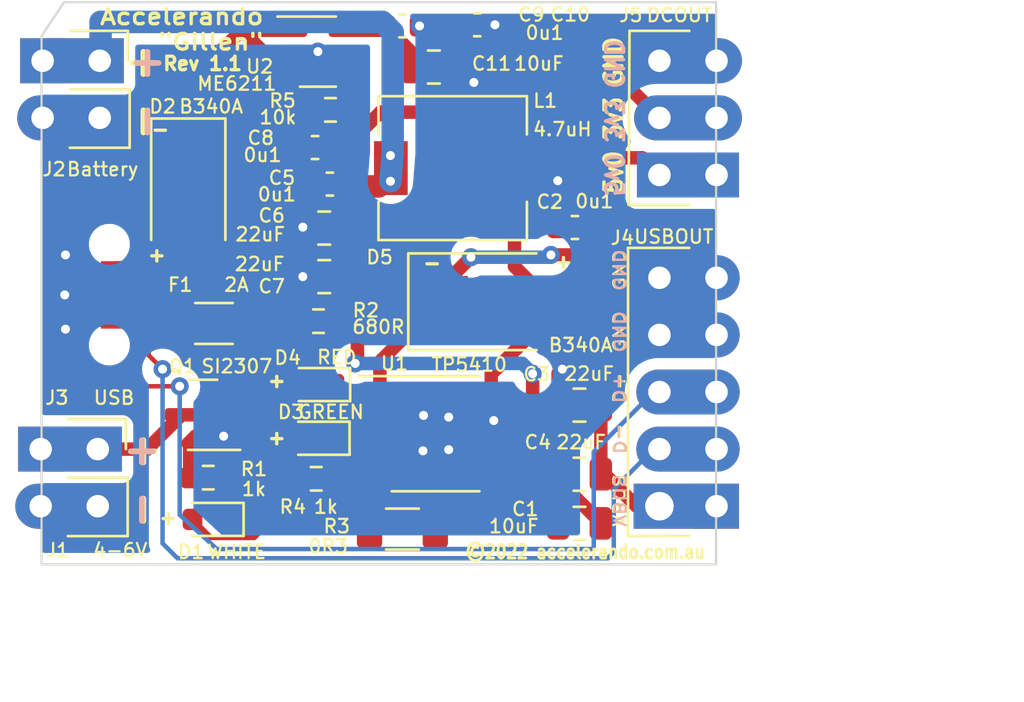
<source format=kicad_pcb>
(kicad_pcb (version 20211014) (generator pcbnew)
  (title_block (title "Gillen") (date "2022-06-30") (rev "1.1") (company "Accelerando"))
  (layers (0 "F.Cu" signal) (31 "B.Cu" signal) (34 "B.Paste" user) (35 "F.Paste" user) (36 "B.SilkS" user "B.Silkscreen") (37 "F.SilkS" user "F.Silkscreen") (38 "B.Mask" user) (39 "F.Mask" user) (44 "Edge.Cuts" user))
  (net 0 "")
  (net 1 "GND")
  (net 2 "VBUS")
  (net 3 "/PRG")
  (net 4 "+5V")
  (net 5 "+BATT")
  (net 6 "+3V3")
  (net 7 "/STBY")
  (net 8 "/CHG")
  (net 9 "/5v_K")
  (net 10 "USB_D-")
  (net 11 "USB_D+")
  (net 12 "/CE")
  (net 13 "/VIN")
  (net 14 "/SUPPLY")
  (net 15 "/LX")
  (net 16 "/LED_A")
  (net 17 "/TP_VIN")
  (footprint "Package_SO:SOIC-8-1EP_3.9x4.9mm_P1.27mm_EP2.29x3mm" (layer "F.Cu") (at 147.5232 134.1882)
    (fp_text reference "U1" (at -1.8288 -3.1242) (layer "F.SilkS") (effects (font (size 0.6 0.6) (thickness 0.1))))
    (fp_text value "TP5410" (at 1.4986 -3.0734) (layer "F.SilkS") (effects (font (size 0.6 0.6) (thickness 0.1))))
    (fp_line (start 0 2.56) (end 1.95 2.56) (layer "F.SilkS") (width 0.12))
    (fp_line (start 0 2.56) (end -1.95 2.56) (layer "F.SilkS") (width 0.12))
    (fp_line (start 0 -2.56) (end 1.95 -2.56) (layer "F.SilkS") (width 0.12))
    (fp_line (start 0 -2.56) (end -3.45 -2.56) (layer "F.SilkS") (width 0.12))
    (pad "1" smd roundrect (at -2.475 -1.905) (size 1.95 0.6) (layers "F.Cu" "F.Paste" "F.Mask") (net 4 "+5V"))
    (pad "2" smd roundrect (at -2.475 -0.635) (size 1.95 0.6) (layers "F.Cu" "F.Paste" "F.Mask") (net 8 "/CHG"))
    (pad "3" smd roundrect (at -2.475 0.635) (size 1.95 0.6) (layers "F.Cu" "F.Paste" "F.Mask") (net 3 "/PRG"))
    (pad "4" smd roundrect (at -2.475 1.905) (size 1.95 0.6) (layers "F.Cu" "F.Paste" "F.Mask") (net 7 "/STBY"))
    (pad "5" smd roundrect (at 2.475 1.905) (size 1.95 0.6) (layers "F.Cu" "F.Paste" "F.Mask") (net 17 "/TP_VIN"))
    (pad "6" smd roundrect (at 2.475 0.635) (size 1.95 0.6) (layers "F.Cu" "F.Paste" "F.Mask") (net 5 "+BATT"))
    (pad "7" smd roundrect (at 2.475 -0.635) (size 1.95 0.6) (layers "F.Cu" "F.Paste" "F.Mask") (net 1 "GND"))
    (pad "8" smd roundrect (at 2.475 -1.905) (size 1.95 0.6) (layers "F.Cu" "F.Paste" "F.Mask") (net 15 "/LX"))
    (pad "9" smd rect (at 0 0) (size 2.29 3) (layers "F.Cu" "F.Mask") (net 1 "GND"))
  )
  (footprint "Capacitor_SMD:C_0805_2012Metric" (layer "F.Cu") (at 142.5702 125.0442 180)
    (fp_text reference "C6" (at 2.3368 0.5588) (layer "F.SilkS") (effects (font (size 0.6 0.6) (thickness 0.1))))
    (fp_text value "22uF" (at 2.8448 -0.2794) (layer "F.SilkS") (effects (font (size 0.6 0.6) (thickness 0.1))))
    (fp_line (start -0.261252 -0.735) (end 0.261252 -0.735) (layer "F.SilkS") (width 0.12))
    (fp_line (start -0.261252 0.735) (end 0.261252 0.735) (layer "F.SilkS") (width 0.12))
    (pad "1" smd roundrect (at -0.95 0 180) (size 1 1.45) (layers "F.Cu" "F.Paste" "F.Mask") (net 5 "+BATT"))
    (pad "2" smd roundrect (at 0.95 0 180) (size 1 1.45) (layers "F.Cu" "F.Paste" "F.Mask") (net 1 "GND"))
  )
  (footprint "Resistor_SMD:R_0603_1608Metric" (layer "F.Cu") (at 142.3162 129.1844)
    (fp_text reference "R2" (at 2.1082 -0.4826) (layer "F.SilkS") (effects (font (size 0.6 0.6) (thickness 0.1))))
    (fp_text value "680R" (at 2.667 0.254) (layer "F.SilkS") (effects (font (size 0.6 0.6) (thickness 0.1))))
    (fp_line (start -0.237258 -0.5225) (end 0.237258 -0.5225) (layer "F.SilkS") (width 0.12))
    (fp_line (start -0.237258 0.5225) (end 0.237258 0.5225) (layer "F.SilkS") (width 0.12))
    (pad "1" smd roundrect (at -0.825 0) (size 0.8 0.95) (layers "F.Cu" "F.Paste" "F.Mask") (net 1 "GND"))
    (pad "2" smd roundrect (at 0.825 0) (size 0.8 0.95) (layers "F.Cu" "F.Paste" "F.Mask") (net 3 "/PRG"))
  )
  (footprint "Diode_SMD:D_SMA" (layer "F.Cu") (at 136.525 123.571 -90)
    (fp_text reference "D2" (at -3.937 1.143) (layer "F.SilkS") (effects (font (size 0.6 0.6) (thickness 0.1))))
    (fp_text value "B340A" (at -3.937 -1.016) (layer "F.SilkS") (effects (font (size 0.6 0.6) (thickness 0.1))))
    (fp_line (start -3.4 1.65) (end 2 1.65) (layer "F.SilkS") (width 0.12))
    (fp_line (start -3.4 -1.65) (end -3.4 1.65) (layer "F.SilkS") (width 0.12))
    (fp_line (start -3.4 -1.65) (end 2 -1.65) (layer "F.SilkS") (width 0.12))
    (pad "1" smd rect (at -2 0 270) (size 2.5 1.8) (layers "F.Cu" "F.Paste" "F.Mask") (net 4 "+5V"))
    (pad "2" smd rect (at 2 0 270) (size 2.5 1.8) (layers "F.Cu" "F.Paste" "F.Mask") (net 2 "VBUS"))
  )
  (footprint "Inductor_SMD:L_1206_3216Metric" (layer "F.Cu") (at 137.668 129.286)
    (fp_text reference "F1" (at -1.5 -1.722) (layer "F.SilkS") (effects (font (size 0.6 0.6) (thickness 0.1))))
    (fp_text value "2A" (at 1 -1.722) (layer "F.SilkS") (effects (font (size 0.6 0.6) (thickness 0.1))))
    (fp_line (start -0.835242 -0.91) (end 0.835242 -0.91) (layer "F.SilkS") (width 0.12))
    (fp_line (start -0.835242 0.91) (end 0.835242 0.91) (layer "F.SilkS") (width 0.12))
    (pad "1" smd roundrect locked (at -1.575 0) (size 1.05 1.9) (layers "F.Cu" "F.Paste" "F.Mask") (roundrect_rratio 0.2380952381) (net 14 "/SUPPLY"))
    (pad "2" smd roundrect locked (at 1.575 0) (size 1.05 1.9) (layers "F.Cu" "F.Paste" "F.Mask") (roundrect_rratio 0.2380952381) (net 2 "VBUS"))
  )
  (footprint "Resistor_SMD:R_0603_1608Metric" (layer "F.Cu") (at 142.2146 136.1948 180)
    (fp_text reference "R4" (at 1.0414 -1.2446) (layer "F.SilkS") (effects (font (size 0.6 0.6) (thickness 0.1))))
    (fp_text value "1k" (at -0.4318 -1.2446) (layer "F.SilkS") (effects (font (size 0.6 0.6) (thickness 0.1))))
    (fp_line (start -0.237258 0.5225) (end 0.237258 0.5225) (layer "F.SilkS") (width 0.12))
    (fp_line (start -0.237258 -0.5225) (end 0.237258 -0.5225) (layer "F.SilkS") (width 0.12))
    (pad "1" smd roundrect (at -0.825 0 180) (size 0.8 0.95) (layers "F.Cu" "F.Paste" "F.Mask") (net 17 "/TP_VIN"))
    (pad "2" smd roundrect (at 0.825 0 180) (size 0.8 0.95) (layers "F.Cu" "F.Paste" "F.Mask") (net 16 "/LED_A"))
  )
  (footprint "Capacitor_SMD:C_0603_1608Metric" (layer "F.Cu") (at 146.05 116.0526)
    (fp_text reference "C9" (at 5.7404 -0.508) (layer "F.SilkS") (effects (font (size 0.6 0.6) (thickness 0.1))))
    (fp_text value "0u1" hide)
    (fp_line (start -0.14058 0.51) (end 0.14058 0.51) (layer "F.SilkS") (width 0.12))
    (fp_line (start -0.14058 -0.51) (end 0.14058 -0.51) (layer "F.SilkS") (width 0.12))
    (pad "1" smd roundrect (at -0.775 0) (size 0.9 0.95) (layers "F.Cu" "F.Paste" "F.Mask") (net 6 "+3V3"))
    (pad "2" smd roundrect (at 0.775 0) (size 0.9 0.95) (layers "F.Cu" "F.Paste" "F.Mask") (net 1 "GND"))
  )
  (footprint "Capacitor_SMD:C_0805_2012Metric" (layer "F.Cu") (at 153.924 132.9182 180)
    (fp_text reference "C3" (at 1.905 1.3716) (layer "F.SilkS") (effects (font (size 0.6 0.6) (thickness 0.1))))
    (fp_text value "22uF" (at -0.4318 1.397) (layer "F.SilkS") (effects (font (size 0.6 0.6) (thickness 0.1))))
    (fp_line (start -0.261252 0.735) (end 0.261252 0.735) (layer "F.SilkS") (width 0.12))
    (fp_line (start -0.261252 -0.735) (end 0.261252 -0.735) (layer "F.SilkS") (width 0.12))
    (pad "1" smd roundrect (at -0.95 0 180) (size 1 1.45) (layers "F.Cu" "F.Paste" "F.Mask") (net 4 "+5V"))
    (pad "2" smd roundrect (at 0.95 0 180) (size 1 1.45) (layers "F.Cu" "F.Paste" "F.Mask") (net 1 "GND"))
  )
  (footprint "Resistor_SMD:R_0603_1608Metric" (layer "F.Cu") (at 137.414 136.144)
    (fp_text reference "R1" (at 2.032 -0.381) (layer "F.SilkS") (effects (font (size 0.6 0.6) (thickness 0.1))))
    (fp_text value "1k" (at 2.032 0.508) (layer "F.SilkS") (effects (font (size 0.6 0.6) (thickness 0.1))))
    (fp_line (start -0.237258 -0.5225) (end 0.237258 -0.5225) (layer "F.SilkS") (width 0.12))
    (fp_line (start -0.237258 0.5225) (end 0.237258 0.5225) (layer "F.SilkS") (width 0.12))
    (pad "1" smd roundrect (at -0.825 0) (size 0.8 0.95) (layers "F.Cu" "F.Paste" "F.Mask") (net 1 "GND"))
    (pad "2" smd roundrect (at 0.825 0) (size 0.8 0.95) (layers "F.Cu" "F.Paste" "F.Mask") (net 9 "/5v_K"))
  )
  (footprint "Package_TO_SOT_SMD:SOT-23" (layer "F.Cu") (at 137.16 133.35 180)
    (fp_text reference "Q1" (at 0.889 2.159) (layer "F.SilkS") (effects (font (size 0.6 0.6) (thickness 0.1))))
    (fp_text value "SI2307" (at -1.524 2.159) (layer "F.SilkS") (effects (font (size 0.6 0.6) (thickness 0.1))))
    (fp_line (start 0 1.56) (end -0.65 1.56) (layer "F.SilkS") (width 0.12))
    (fp_line (start 0 1.56) (end 0.65 1.56) (layer "F.SilkS") (width 0.12))
    (fp_line (start 0 -1.56) (end 0.65 -1.56) (layer "F.SilkS") (width 0.12))
    (fp_line (start 0 -1.56) (end -1.675 -1.56) (layer "F.SilkS") (width 0.12))
    (pad "1" smd roundrect (at -0.9375 -0.95 180) (size 1.475 0.6) (layers "F.Cu" "F.Paste" "F.Mask") (net 1 "GND"))
    (pad "2" smd roundrect (at -0.9375 0.95 180) (size 1.475 0.6) (layers "F.Cu" "F.Paste" "F.Mask") (net 14 "/SUPPLY"))
    (pad "3" smd roundrect (at 0.9375 0 180) (size 1.475 0.6) (layers "F.Cu" "F.Paste" "F.Mask") (net 13 "/VIN"))
  )
  (footprint "Accelerando:Castellated_PinHeader_1x02_P2.54mm" (layer "F.Cu") (at 132.588 117.602)
    (fp_text reference "J2" (at -2.032 4.826) (layer "F.SilkS") (effects (font (size 0.6 0.6) (thickness 0.1))))
    (fp_text value "Battery" (at 0.127 4.826) (layer "F.SilkS") (effects (font (size 0.6 0.6) (thickness 0.1))))
    (fp_line (start 1.33 1.27) (end 1.33 3.87) (layer "F.SilkS") (width 0.12))
    (fp_line (start 1.25 0) (end 1.25 -1.33) (layer "F.SilkS") (width 0.12))
    (fp_line (start -1.33 3.87) (end 1.33 3.87) (layer "F.SilkS") (width 0.12))
    (fp_line (start -1.33 1.27) (end 1.33 1.27) (layer "F.SilkS") (width 0.12))
    (fp_line (start -1.33 -1.33) (end 1.25 -1.33) (layer "F.SilkS") (width 0.12))
    (pad "1" thru_hole rect (at -2.54 0) (size 2 2) (drill 1) (layers *.Cu *.Mask) (net 5 "+BATT"))
    (pad "1" thru_hole rect (at 0 0) (size 3.4 2) (drill 1 (offset -0.63 0)) (layers *.Cu *.Mask) (net 5 "+BATT"))
    (pad "2" thru_hole oval (at -2.54 2.54) (size 2 2) (drill 1) (layers *.Cu *.Mask) (net 1 "GND"))
    (pad "2" thru_hole oval (at 0 2.54) (size 4.8 2) (drill 1 (offset -1.27 0)) (layers *.Cu *.Mask) (net 1 "GND"))
  )
  (footprint "Capacitor_SMD:C_0603_1608Metric" (layer "F.Cu") (at 142.8242 123.0884 180)
    (fp_text reference "C5" (at 2.1336 0.2794) (layer "F.SilkS") (effects (font (size 0.6 0.6) (thickness 0.1))))
    (fp_text value "0u1" (at 2.3622 -0.4572) (layer "F.SilkS") (effects (font (size 0.6 0.6) (thickness 0.1))))
    (fp_line (start -0.14058 0.51) (end 0.14058 0.51) (layer "F.SilkS") (width 0.12))
    (fp_line (start -0.14058 -0.51) (end 0.14058 -0.51) (layer "F.SilkS") (width 0.12))
    (pad "1" smd roundrect (at -0.775 0 180) (size 0.9 0.95) (layers "F.Cu" "F.Paste" "F.Mask") (net 5 "+BATT"))
    (pad "2" smd roundrect (at 0.775 0 180) (size 0.9 0.95) (layers "F.Cu" "F.Paste" "F.Mask") (net 1 "GND"))
  )
  (footprint "Capacitor_SMD:C_0603_1608Metric" (layer "F.Cu") (at 149.3774 116.0018)
    (fp_text reference "C10" (at 4.1402 -0.4572) (layer "F.SilkS") (effects (font (size 0.6 0.6) (thickness 0.1))))
    (fp_text value "0u1" (at 2.9972 0.3556) (layer "F.SilkS") (effects (font (size 0.6 0.6) (thickness 0.1))))
    (fp_line (start -0.14058 0.51) (end 0.14058 0.51) (layer "F.SilkS") (width 0.12))
    (fp_line (start -0.14058 -0.51) (end 0.14058 -0.51) (layer "F.SilkS") (width 0.12))
    (pad "1" smd roundrect (at -0.775 0) (size 0.9 0.95) (layers "F.Cu" "F.Paste" "F.Mask") (net 6 "+3V3"))
    (pad "2" smd roundrect (at 0.775 0) (size 0.9 0.95) (layers "F.Cu" "F.Paste" "F.Mask") (net 1 "GND"))
  )
  (footprint "LED_SMD:LED_0603_1608Metric" (layer "F.Cu") (at 142.2146 134.3914 180)
    (fp_text reference "D3" (at 1.1176 1.1684 180) (layer "F.SilkS") (effects (font (size 0.6 0.6) (thickness 0.1))))
    (fp_text value "GREEN" (at -0.6604 1.1684 180) (layer "F.SilkS") (effects (font (size 0.6 0.6) (thickness 0.1))))
    (fp_line (start -1.485 -0.735) (end -1.485 0.735) (layer "F.SilkS") (width 0.12))
    (fp_line (start -1.485 0.735) (end 0.8 0.735) (layer "F.SilkS") (width 0.12))
    (fp_line (start 0.8 -0.735) (end -1.485 -0.735) (layer "F.SilkS") (width 0.12))
    (pad "1" smd roundrect (at -0.7875 0 180) (size 0.875 0.95) (layers "F.Cu" "F.Paste" "F.Mask") (net 7 "/STBY"))
    (pad "2" smd roundrect (at 0.7875 0 180) (size 0.875 0.95) (layers "F.Cu" "F.Paste" "F.Mask") (net 16 "/LED_A"))
  )
  (footprint "Capacitor_SMD:C_0805_2012Metric" (layer "F.Cu") (at 142.5702 127.2032 180)
    (fp_text reference "C7" (at 2.3368 -0.4318) (layer "F.SilkS") (effects (font (size 0.6 0.6) (thickness 0.1))))
    (fp_text value "22uF" (at 2.8702 0.5588) (layer "F.SilkS") (effects (font (size 0.6 0.6) (thickness 0.1))))
    (fp_line (start -0.261252 -0.735) (end 0.261252 -0.735) (layer "F.SilkS") (width 0.12))
    (fp_line (start -0.261252 0.735) (end 0.261252 0.735) (layer "F.SilkS") (width 0.12))
    (pad "1" smd roundrect (at -0.95 0 180) (size 1 1.45) (layers "F.Cu" "F.Paste" "F.Mask") (net 5 "+BATT"))
    (pad "2" smd roundrect (at 0.95 0 180) (size 1 1.45) (layers "F.Cu" "F.Paste" "F.Mask") (net 1 "GND"))
  )
  (footprint "Capacitor_SMD:C_0603_1608Metric" (layer "F.Cu") (at 153.7208 125.0188)
    (fp_text reference "C2" (at -1.1176 -1.143) (layer "F.SilkS") (effects (font (size 0.6 0.6) (thickness 0.1))))
    (fp_text value "0u1" (at 0.8636 -1.1684) (layer "F.SilkS") (effects (font (size 0.6 0.6) (thickness 0.1))))
    (fp_line (start -0.14058 0.51) (end 0.14058 0.51) (layer "F.SilkS") (width 0.12))
    (fp_line (start -0.14058 -0.51) (end 0.14058 -0.51) (layer "F.SilkS") (width 0.12))
    (pad "1" smd roundrect (at -0.775 0) (size 0.9 0.95) (layers "F.Cu" "F.Paste" "F.Mask") (net 1 "GND"))
    (pad "2" smd roundrect (at 0.775 0) (size 0.9 0.95) (layers "F.Cu" "F.Paste" "F.Mask") (net 4 "+5V"))
  )
  (footprint "LED_SMD:LED_0603_1608Metric" (layer "F.Cu") (at 142.24 132.0038 180)
    (fp_text reference "D4" (at 1.2954 1.1938) (layer "F.SilkS") (effects (font (size 0.6 0.6) (thickness 0.1))))
    (fp_text value "RED" (at -0.889 1.2192) (layer "F.SilkS") (effects (font (size 0.6 0.6) (thickness 0.1))))
    (fp_line (start 0.8 -0.735) (end -1.485 -0.735) (layer "F.SilkS") (width 0.12))
    (fp_line (start -1.485 0.735) (end 0.8 0.735) (layer "F.SilkS") (width 0.12))
    (fp_line (start -1.485 -0.735) (end -1.485 0.735) (layer "F.SilkS") (width 0.12))
    (pad "1" smd roundrect (at -0.7875 0 180) (size 0.875 0.95) (layers "F.Cu" "F.Paste" "F.Mask") (net 8 "/CHG"))
    (pad "2" smd roundrect (at 0.7875 0 180) (size 0.875 0.95) (layers "F.Cu" "F.Paste" "F.Mask") (net 16 "/LED_A"))
  )
  (footprint "Capacitor_SMD:C_0805_2012Metric" (layer "F.Cu") (at 153.924 138.176)
    (fp_text reference "C1" (at -2.413 -0.635) (layer "F.SilkS") (effects (font (size 0.6 0.6) (thickness 0.1))))
    (fp_text value "10uF" (at -2.921 0.127) (layer "F.SilkS") (effects (font (size 0.6 0.6) (thickness 0.1))))
    (fp_line (start -0.261252 0.735) (end 0.261252 0.735) (layer "F.SilkS") (width 0.12))
    (fp_line (start -0.261252 -0.735) (end 0.261252 -0.735) (layer "F.SilkS") (width 0.12))
    (pad "1" smd roundrect (at -0.95 0) (size 1 1.45) (layers "F.Cu" "F.Paste" "F.Mask") (net 17 "/TP_VIN"))
    (pad "2" smd roundrect (at 0.95 0) (size 1 1.45) (layers "F.Cu" "F.Paste" "F.Mask") (net 1 "GND"))
  )
  (footprint "Resistor_SMD:R_1206_3216Metric" (layer "F.Cu") (at 146.05 138.43 180)
    (fp_text reference "R3" (at 2.921 0.127) (layer "F.SilkS") (effects (font (size 0.6 0.6) (thickness 0.1))))
    (fp_text value "0R3" (at 3.302 -0.762) (layer "F.SilkS") (effects (font (size 0.6 0.6) (thickness 0.1))))
    (fp_line (start -0.727064 -0.91) (end 0.727064 -0.91) (layer "F.SilkS") (width 0.12))
    (fp_line (start -0.727064 0.91) (end 0.727064 0.91) (layer "F.SilkS") (width 0.12))
    (pad "1" smd roundrect (at -1.4625 0 180) (size 1.125 1.75) (layers "F.Cu" "F.Paste" "F.Mask") (roundrect_rratio 0.2222222222) (net 17 "/TP_VIN"))
    (pad "2" smd roundrect (at 1.4625 0 180) (size 1.125 1.75) (layers "F.Cu" "F.Paste" "F.Mask") (roundrect_rratio 0.2222222222) (net 2 "VBUS"))
  )
  (footprint "Diode_SMD:D_SMB" (layer "F.Cu") (at 149.86 128.3208)
    (fp_text reference "D5" (at -4.826 -1.9812) (layer "F.SilkS") (effects (font (size 0.6 0.6) (thickness 0.1))))
    (fp_text value "B340A" (at 4.1148 1.9304) (layer "F.SilkS") (effects (font (size 0.6 0.6) (thickness 0.1))))
    (fp_line (start -3.55 2.15) (end 2.15 2.15) (layer "F.SilkS") (width 0.12))
    (fp_line (start -3.55 -2.15) (end -3.55 2.15) (layer "F.SilkS") (width 0.12))
    (fp_line (start -3.55 -2.15) (end 2.15 -2.15) (layer "F.SilkS") (width 0.12))
    (pad "1" smd rect (at -2.15 0) (size 2.5 2.3) (layers "F.Cu" "F.Paste" "F.Mask") (net 4 "+5V"))
    (pad "2" smd rect (at 2.15 0) (size 2.5 2.3) (layers "F.Cu" "F.Paste" "F.Mask") (net 15 "/LX"))
  )
  (footprint "Accelerando:Castellated_PinHeader_1x05_P2.54mm" (layer "F.Cu") (at 157.48 137.414 180)
    (fp_text reference "J4" (at 1.651 11.938) (layer "F.SilkS") (effects (font (size 0.6 0.6) (thickness 0.1))))
    (fp_text value "USBOUT" (at -0.635 11.9888) (layer "F.SilkS") (effects (font (size 0.6 0.6) (thickness 0.1))))
    (fp_line (start 1.397 -1.3208) (end 1.397 11.49) (layer "F.SilkS") (width 0.12))
    (fp_line (start -1.33 -1.33) (end 1.397 -1.3208) (layer "F.SilkS") (width 0.12))
    (fp_line (start -1.33 11.49) (end 1.397 11.49) (layer "F.SilkS") (width 0.12))
    (pad "1" thru_hole rect (at -2.54 0 180) (size 2 2) (drill 1) (layers *.Cu *.Mask) (net 4 "+5V"))
    (pad "1" thru_hole rect (at 0 0 180) (size 3.6 2) (drill 1.27 (offset -0.65 0)) (layers *.Cu *.Mask) (net 4 "+5V"))
    (pad "2" thru_hole oval (at 0 2.54 180) (size 4.6 2) (drill 1 (offset -1.27 0)) (layers *.Cu *.Mask) (net 10 "USB_D-"))
    (pad "2" thru_hole oval (at -2.54 2.54 180) (size 2 2) (drill 1) (layers *.Cu *.Mask) (net 10 "USB_D-"))
    (pad "3" thru_hole oval (at 0 5.08 180) (size 4.6 2) (drill 1 (offset -1.27 0)) (layers *.Cu *.Mask) (net 11 "USB_D+"))
    (pad "3" thru_hole oval (at -2.54 5.08 180) (size 2 2) (drill 1) (layers *.Cu *.Mask) (net 11 "USB_D+"))
    (pad "4" thru_hole oval (at 0 7.62 180) (size 4.6 2) (drill 1 (offset -1.27 0)) (layers *.Cu *.Mask) (net 1 "GND"))
    (pad "4" thru_hole oval (at -2.54 7.62 180) (size 2 2) (drill 1) (layers *.Cu *.Mask) (net 1 "GND"))
    (pad "5" thru_hole oval (at -2.54 10.16 180) (size 2 2) (drill 1) (layers *.Cu *.Mask) (net 1 "GND"))
    (pad "5" thru_hole oval (at 0 10.16 180) (size 4.6 2) (drill 1 (offset -1.27 0)) (layers *.Cu *.Mask) (net 1 "GND"))
  )
  (footprint "Accelerando:Castellated_PinHeader_1x02_P2.54mm" (layer "F.Cu") (at 132.5 134.874)
    (fp_text reference "J1" (at -1.7861 4.5) (layer "F.SilkS") (effects (font (size 0.6 0.6) (thickness 0.1))))
    (fp_text value "4-6V" (at 1 4.5) (layer "F.SilkS") (effects (font (size 0.6 0.6) (thickness 0.1))))
    (fp_line (start -1.33 -1.33) (end 1.25 -1.33) (layer "F.SilkS") (width 0.12))
    (fp_line (start 1.25 0) (end 1.25 -1.33) (layer "F.SilkS") (width 0.12))
    (fp_line (start 1.33 1.27) (end 1.33 3.87) (layer "F.SilkS") (width 0.12))
    (fp_line (start -1.33 1.27) (end 1.33 1.27) (layer "F.SilkS") (width 0.12))
    (fp_line (start -1.33 3.87) (end 1.33 3.87) (layer "F.SilkS") (width 0.12))
    (pad "1" thru_hole rect (at -2.54 0) (size 2 2) (drill 1) (layers *.Cu *.Mask) (net 13 "/VIN"))
    (pad "1" thru_hole rect (at 0 0) (size 3.4 2) (drill 1 (offset -0.63 0)) (layers *.Cu *.Mask) (net 13 "/VIN"))
    (pad "2" thru_hole oval (at -2.54 2.54) (size 2 2) (drill 1) (layers *.Cu *.Mask) (net 1 "GND"))
    (pad "2" thru_hole oval (at 0 2.54) (size 4.8 2) (drill 1 (offset -1.27 0)) (layers *.Cu *.Mask) (net 1 "GND"))
  )
  (footprint "Package_TO_SOT_SMD:SOT-23-5" (layer "F.Cu") (at 142.2908 117.1956)
    (fp_text reference "U2" (at -2.5908 0.6604) (layer "F.SilkS") (effects (font (size 0.6 0.6) (thickness 0.1))))
    (fp_text value "ME6211" (at -3.6068 1.4224 180) (layer "F.SilkS") (effects (font (size 0.6 0.6) (thickness 0.1))))
    (fp_line (start 0 -1.56) (end -1.8 -1.56) (layer "F.SilkS") (width 0.12))
    (fp_line (start 0 1.56) (end -0.8 1.56) (layer "F.SilkS") (width 0.12))
    (fp_line (start 0 -1.56) (end 0.8 -1.56) (layer "F.SilkS") (width 0.12))
    (fp_line (start 0 1.56) (end 0.8 1.56) (layer "F.SilkS") (width 0.12))
    (pad "1" smd roundrect (at -1.1375 -0.95) (size 1.325 0.6) (layers "F.Cu" "F.Paste" "F.Mask") (net 4 "+5V"))
    (pad "2" smd roundrect (at -1.1375 0) (size 1.325 0.6) (layers "F.Cu" "F.Paste" "F.Mask") (net 1 "GND"))
    (pad "3" smd roundrect (at -1.1375 0.95) (size 1.325 0.6) (layers "F.Cu" "F.Paste" "F.Mask") (net 12 "/CE"))
    (pad "4" smd roundrect (at 1.1375 0.95) (size 1.325 0.6) (layers "F.Cu" "F.Paste" "F.Mask"))
    (pad "5" smd roundrect (at 1.1375 -0.95) (size 1.325 0.6) (layers "F.Cu" "F.Paste" "F.Mask") (net 6 "+3V3"))
  )
  (footprint "Capacitor_SMD:C_0805_2012Metric" (layer "F.Cu") (at 153.924 135.9916 180)
    (fp_text reference "C4" (at 1.8542 1.4224) (layer "F.SilkS") (effects (font (size 0.6 0.6) (thickness 0.1))))
    (fp_text value "22uF" (at -0.0762 1.4224) (layer "F.SilkS") (effects (font (size 0.6 0.6) (thickness 0.1))))
    (fp_line (start -0.261252 -0.735) (end 0.261252 -0.735) (layer "F.SilkS") (width 0.12))
    (fp_line (start -0.261252 0.735) (end 0.261252 0.735) (layer "F.SilkS") (width 0.12))
    (pad "1" smd roundrect (at -0.95 0 180) (size 1 1.45) (layers "F.Cu" "F.Paste" "F.Mask") (net 4 "+5V"))
    (pad "2" smd roundrect (at 0.95 0 180) (size 1 1.45) (layers "F.Cu" "F.Paste" "F.Mask") (net 1 "GND"))
  )
  (footprint "LED_SMD:LED_0603_1608Metric" (layer "F.Cu") (at 137.5 138 180)
    (fp_text reference "D1" (at 0.848 -1.446) (layer "F.SilkS") (effects (font (size 0.6 0.6) (thickness 0.1))))
    (fp_text value "WHITE" (at -1.184 -1.446) (layer "F.SilkS") (effects (font (size 0.6 0.6) (thickness 0.1))))
    (fp_line (start 0.8 -0.735) (end -1.485 -0.735) (layer "F.SilkS") (width 0.12))
    (fp_line (start -1.485 0.735) (end 0.8 0.735) (layer "F.SilkS") (width 0.12))
    (fp_line (start -1.485 -0.735) (end -1.485 0.735) (layer "F.SilkS") (width 0.12))
    (pad "1" smd roundrect (at -0.7875 0 180) (size 0.875 0.95) (layers "F.Cu" "F.Paste" "F.Mask") (net 9 "/5v_K"))
    (pad "2" smd roundrect (at 0.7875 0 180) (size 0.875 0.95) (layers "F.Cu" "F.Paste" "F.Mask") (net 2 "VBUS"))
  )
  (footprint "Capacitor_SMD:C_0805_2012Metric" (layer "F.Cu") (at 147.447 117.8814)
    (fp_text reference "C11" (at 2.5654 -0.1524) (layer "F.SilkS") (effects (font (size 0.6 0.6) (thickness 0.1))))
    (fp_text value "10uF" (at 4.6736 -0.1524) (layer "F.SilkS") (effects (font (size 0.6 0.6) (thickness 0.1))))
    (fp_line (start -0.261252 0.735) (end 0.261252 0.735) (layer "F.SilkS") (width 0.12))
    (fp_line (start -0.261252 -0.735) (end 0.261252 -0.735) (layer "F.SilkS") (width 0.12))
    (pad "1" smd roundrect (at -0.95 0) (size 1 1.45) (layers "F.Cu" "F.Paste" "F.Mask") (net 6 "+3V3"))
    (pad "2" smd roundrect (at 0.95 0) (size 1 1.45) (layers "F.Cu" "F.Paste" "F.Mask") (net 1 "GND"))
  )
  (footprint "Resistor_SMD:R_0603_1608Metric" (layer "F.Cu") (at 142.8496 119.7864 180)
    (fp_text reference "R5" (at 2.1336 0.4064) (layer "F.SilkS") (effects (font (size 0.6 0.6) (thickness 0.1))))
    (fp_text value "10k" (at 2.3368 -0.3302) (layer "F.SilkS") (effects (font (size 0.6 0.6) (thickness 0.1))))
    (fp_line (start -0.237258 0.5225) (end 0.237258 0.5225) (layer "F.SilkS") (width 0.12))
    (fp_line (start -0.237258 -0.5225) (end 0.237258 -0.5225) (layer "F.SilkS") (width 0.12))
    (pad "1" smd roundrect (at -0.825 0 180) (size 0.8 0.95) (layers "F.Cu" "F.Paste" "F.Mask") (net 12 "/CE"))
    (pad "2" smd roundrect (at 0.825 0 180) (size 0.8 0.95) (layers "F.Cu" "F.Paste" "F.Mask") (net 4 "+5V"))
  )
  (footprint "Accelerando:Castellated_PinHeader_1x03_P2.54mm" (layer "F.Cu") (at 157.48 122.682 180)
    (fp_text reference "J5" (at 1.27 7.112 180) (layer "F.SilkS") (effects (font (size 0.6 0.6) (thickness 0.1))))
    (fp_text value "DCOUT" (at -0.889 7.112 180) (layer "F.SilkS") (effects (font (size 0.6 0.6) (thickness 0.1))))
    (fp_line (start -1.33 6.41) (end 1.33 6.41) (layer "F.SilkS") (width 0.12))
    (fp_line (start -1.33 -1.33) (end 1.3716 -1.33) (layer "F.SilkS") (width 0.12))
    (fp_line (start 1.3716 -1.2954) (end 1.33 6.41) (layer "F.SilkS") (width 0.12))
    (pad "1" thru_hole rect (at 0 0 180) (size 4 2) (drill 1 (offset -1 0)) (layers *.Cu *.Mask) (net 4 "+5V"))
    (pad "1" thru_hole rect (at -2.54 0 180) (size 2 2) (drill 1) (layers *.Cu *.Mask) (net 4 "+5V"))
    (pad "2" thru_hole oval (at -2.54 2.54 180) (size 2 2) (drill 1) (layers *.Cu *.Mask) (net 6 "+3V3"))
    (pad "2" thru_hole oval (at 0 2.54 180) (size 4.8 2) (drill 1 (offset -1.27 0)) (layers *.Cu *.Mask) (net 6 "+3V3"))
    (pad "3" thru_hole oval (at -2.54 5.08 180) (size 2 2) (drill 1) (layers *.Cu *.Mask) (net 1 "GND"))
    (pad "3" thru_hole oval (at 0 5.08 180) (size 4.8 2) (drill 1 (offset -1.27 0)) (layers *.Cu *.Mask) (net 1 "GND"))
  )
  (footprint "Capacitor_SMD:C_0603_1608Metric" (layer "F.Cu") (at 142.1638 121.4628 180)
    (fp_text reference "C8" (at 2.413 0.4318) (layer "F.SilkS") (effects (font (size 0.6 0.6) (thickness 0.1))))
    (fp_text value "0u1" (at 2.3368 -0.3302) (layer "F.SilkS") (effects (font (size 0.6 0.6) (thickness 0.1))))
    (fp_line (start -0.14058 -0.51) (end 0.14058 -0.51) (layer "F.SilkS") (width 0.12))
    (fp_line (start -0.14058 0.51) (end 0.14058 0.51) (layer "F.SilkS") (width 0.12))
    (pad "1" smd roundrect (at -0.775 0 180) (size 0.9 0.95) (layers "F.Cu" "F.Paste" "F.Mask") (net 4 "+5V"))
    (pad "2" smd roundrect (at 0.775 0 180) (size 0.9 0.95) (layers "F.Cu" "F.Paste" "F.Mask") (net 1 "GND"))
  )
  (footprint "Inductor_SMD:L_6.3x6.3_H3" (layer "F.Cu") (at 148.2852 122.3772 180)
    (fp_text reference "L1" (at -4.1148 2.9972) (layer "F.SilkS") (effects (font (size 0.6 0.6) (thickness 0.1))))
    (fp_text value "4.7uH" (at -4.8768 1.7272) (layer "F.SilkS") (effects (font (size 0.6 0.6) (thickness 0.1))))
    (fp_line (start 3.3 3.2) (end -3.3 3.2) (layer "F.SilkS") (width 0.12))
    (fp_line (start 3.3 -3.2) (end 3.3 -1.5) (layer "F.SilkS") (width 0.12))
    (fp_line (start -3.3 -3.2) (end 3.3 -3.2) (layer "F.SilkS") (width 0.12))
    (fp_line (start 3.3 1.5) (end 3.3 3.2) (layer "F.SilkS") (width 0.12))
    (fp_line (start -3.3 3.2) (end -3.3 1.5) (layer "F.SilkS") (width 0.12))
    (fp_line (start -3.3 -1.5) (end -3.3 -3.2) (layer "F.SilkS") (width 0.12))
    (pad "1" smd rect (at -2.75 0 180) (size 1.5 2.4) (layers "F.Cu" "F.Paste" "F.Mask") (net 15 "/LX"))
    (pad "2" smd rect (at 2.75 0 180) (size 1.5 2.4) (layers "F.Cu" "F.Paste" "F.Mask") (net 5 "+BATT"))
  )
  (footprint "Accelerando:USB_Micro_SMD" (layer "F.Cu") (at 130.016 128.016 -90)
    (fp_text reference "J3" (at 4.572 -0.667) (layer "F.SilkS") (effects (font (size 0.6 0.6) (thickness 0.1))))
    (fp_text value "USB" (at 4.572 -3.207) (layer "F.SilkS") (effects (font (size 0.6 0.6) (thickness 0.1))))
    (pad "" np_thru_hole circle (at -2.25 -3 270) (size 0.8 0.8) (drill 0.8) (layers *.Cu *.Mask))
    (pad "" np_thru_hole circle (at 2.225 -3 270) (size 0.8 0.8) (drill 0.8) (layers *.Cu *.Mask))
    (pad "1" smd rect (at -1.3 -3.302 270) (size 0.4 1.35) (layers "F.Cu" "F.Paste" "F.Mask") (net 14 "/SUPPLY"))
    (pad "2" smd rect (at -0.65 -3.302 270) (size 0.4 1.35) (layers "F.Cu" "F.Paste" "F.Mask") (net 10 "USB_D-"))
    (pad "3" smd rect (at 0 -3.302 270) (size 0.4 1.35) (layers "F.Cu" "F.Paste" "F.Mask") (net 11 "USB_D+"))
    (pad "4" smd rect (at 0.65 -3.302 270) (size 0.4 1.35) (layers "F.Cu" "F.Paste" "F.Mask") (net 1 "GND"))
    (pad "5" smd rect (at 1.3 -3.302 270) (size 0.4 1.35) (layers "F.Cu" "F.Paste" "F.Mask") (net 1 "GND"))
    (pad "6" smd rect (at 0 -1.016 270) (size 8 1) (layers "F.Cu" "F.Paste" "F.Mask") (net 1 "GND"))
  )
  (gr_line (start 160 115) (end 160 140) (layer "Edge.Cuts") (width 0.1))
  (gr_line (start 130 116.5) (end 131 115) (layer "Edge.Cuts") (width 0.1))
  (gr_line (start 160 140) (end 130 140) (layer "Edge.Cuts") (width 0.1))
  (gr_line (start 131 115) (end 160 115) (layer "Edge.Cuts") (width 0.1))
  (gr_line (start 130 140) (end 130 116.5) (layer "Edge.Cuts") (width 0.1))
  (gr_text "+ -" (at 134.366 136.271 -270) (layer "B.SilkS") (effects (font (size 1.3 1.3) (thickness 0.25)) (justify mirror)))
  (gr_text "VBUS  D-  D+  GND  GND" (at 155.702 132.1562 -90) (layer "B.SilkS") (effects (font (size 0.5 0.6) (thickness 0.1)) (justify mirror)))
  (gr_text "5v0 3v3 GND" (at 155.448 116.586 -90) (layer "B.SilkS") (effects (font (size 0.8 0.7)) (justify right mirror)))
  (gr_text "+ -" (at 134.62 118.999 -270) (layer "B.SilkS") (effects (font (size 1.3 1.3) (thickness 0.25)) (justify mirror)))
  (gr_text "-" (at 147.3708 126.5936) (layer "F.SilkS") (effects (font (size 0.6 0.6))))
  (gr_text "+" (at 153.2128 126.5428) (layer "F.SilkS") (effects (font (size 0.6 0.6))))
  (gr_text "©2022 accelerando.com.au" (at 154.178 139.446) (layer "F.SilkS") (effects (font (size 0.6 0.5) (thickness 0.125))))
  (gr_text "Rev 1.1" (at 137.16 117.729) (layer "F.SilkS") (effects (font (size 0.6 0.6))))
  (gr_text "+" (at 135.128 126.238) (layer "F.SilkS") (effects (font (size 0.6 0.6))))
  (gr_text "+" (at 140.462 134.366) (layer "F.SilkS") (effects (font (size 0.6 0.6))))
  (gr_text "VBUS  D-  D+  GND  GND" (at 155.702 132.1562 90) (layer "F.SilkS") (effects (font (size 0.5 0.6) (thickness 0.1))))
  (gr_text "-" (at 135.2804 120.65) (layer "F.SilkS") (effects (font (size 0.6 0.6))))
  (gr_text "Accelerando\n{dblquote}Gillen{dblquote}" (at 139.954 116.205) (layer "F.SilkS") (effects (font (size 0.7 0.8)) (justify right)))
  (gr_text "+ -" (at 134.62 136.271 270) (layer "F.SilkS") (effects (font (size 1.3 1.3) (thickness 0.25))))
  (gr_text "5v0 3v3 GND" (at 155.448 116.459 90) (layer "F.SilkS") (effects (font (size 0.8 0.7)) (justify right)))
  (gr_text "+ -" (at 134.62 118.999 270) (layer "F.SilkS") (effects (font (size 1.3 1.3) (thickness 0.25))))
  (gr_text "+" (at 140.462 131.826) (layer "F.SilkS") (effects (font (size 0.6 0.6))))
  (gr_text "+" (at 135.636 137.922) (layer "F.SilkS") (effects (font (size 0.6 0.6))))
  (segment (start 132.332 129.316) (end 132.108 129.54) (width 0.25) (layer "F.Cu") (net 1))
  (segment (start 142.0492 123.0884) (end 142.0492 123.0246) (width 0.4) (layer "F.Cu") (net 1))
  (segment (start 136.589 134.684) (end 136.525 134.62) (width 0.6) (layer "F.Cu") (net 1))
  (segment (start 141.6202 125.0036) (end 141.6202 123.5174) (width 0.4) (layer "F.Cu") (net 1))
  (segment (start 141.6202 125.0442) (end 141.6202 125.0036) (width 0.4) (layer "F.Cu") (net 1))
  (segment (start 141.1533 117.1956) (end 142.2908 117.1956) (width 0.4) (layer "F.Cu") (net 1))
  (segment (start 133.318 129.316) (end 133.888 129.316) (width 0.25) (layer "F.Cu") (net 1))
  (segment (start 152.9458 122.949) (end 152.9588 122.936) (width 0.6) (layer "F.Cu") (net 1))
  (segment (start 141.6202 127.2032) (end 141.6202 125.0442) (width 0.4) (layer "F.Cu") (net 1))
  (segment (start 152.974 136.249598) (end 152.974 135.9916) (width 0.8) (layer "F.Cu") (net 1))
  (segment (start 132.108 129.54) (end 131.064 129.54) (width 0.25) (layer "F.Cu") (net 1))
  (segment (start 141.4912 127.3322) (end 141.6202 127.2032) (width 0.4) (layer "F.Cu") (net 1))
  (segment (start 152.974 132.9182) (end 152.974 131.506) (width 0.6) (layer "F.Cu") (net 1))
  (segment (start 133.318 129.316) (end 132.332 129.316) (width 0.25) (layer "F.Cu") (net 1))
  (segment (start 136.589 136.144) (end 136.589 134.684) (width 0.6) (layer "F.Cu") (net 1))
  (segment (start 141.3888 122.3642) (end 141.3888 121.4628) (width 0.4) (layer "F.Cu") (net 1))
  (segment (start 148.5392 117.8814) (end 149.225 118.5672) (width 0.4) (layer "F.Cu") (net 1))
  (segment (start 154.874 138.149598) (end 152.974 136.249598) (width 0.6) (layer "F.Cu") (net 1))
  (segment (start 152.974 131.506) (end 153.162 131.318) (width 0.6) (layer "F.Cu") (net 1))
  (segment (start 141.4912 129.1844) (end 141.4912 127.3322) (width 0.4) (layer "F.Cu") (net 1))
  (segment (start 136.845 134.3) (end 136.525 134.62) (width 0.6) (layer "F.Cu") (net 1))
  (segment (start 148.397 117.8814) (end 148.5392 117.8814) (width 0.4) (layer "F.Cu") (net 1))
  (segment (start 138.0975 134.3) (end 136.845 134.3) (width 0.6) (layer "F.Cu") (net 1))
  (segment (start 141.6202 123.5174) (end 142.0492 123.0884) (width 0.4) (layer "F.Cu") (net 1))
  (segment (start 133.318 129.316) (end 133.318 128.666) (width 0.25) (layer "F.Cu") (net 1))
  (segment (start 152.974 135.9916) (end 152.974 132.9182) (width 0.6) (layer "F.Cu") (net 1))
  (segment (start 152.9458 125.0188) (end 152.9458 122.949) (width 0.6) (layer "F.Cu") (net 1))
  (segment (start 154.874 138.176) (end 154.874 138.149598) (width 0.8) (layer "F.Cu") (net 1))
  (segment (start 142.0492 123.0246) (end 141.3888 122.3642) (width 0.4) (layer "F.Cu") (net 1))
  (via (at 142.2908 117.1956) (size 0.8) (drill 0.4) (layers "F.Cu" "B.Cu") (net 1))
  (via (at 152.9588 122.936) (size 0.8) (drill 0.4) (layers "F.Cu" "B.Cu") (net 1))
  (via (at 131.032 128.016) (size 0.8) (drill 0.4) (layers "F.Cu" "B.Cu") (net 1))
  (via (at 146.812 116.0526) (size 0.8) (drill 0.4) (layers "F.Cu" "B.Cu") (net 1))
  (via (at 148.1074 133.4516) (size 0.8) (drill 0.4) (layers "F.Cu" "B.Cu") (net 1))
  (via (at 148.1074 134.8994) (size 0.8) (drill 0.4) (layers "F.Cu" "B.Cu") (net 1))
  (via (at 150.1648 116.0018) (size 0.8) (drill 0.4) (layers "F.Cu" "B.Cu") (net 1))
  (via (at 138.0975 134.3) (size 0.8) (drill 0.4) (layers "F.Cu" "B.Cu") (net 1))
  (via (at 150.114 133.604) (size 0.8) (drill 0.4) (layers "F.Cu" "B.Cu") (net 1))
  (via (at 141.6202 127.2032) (size 0.8) (drill 0.4) (layers "F.Cu" "B.Cu") (net 1))
  (via (at 131.064 126.238) (size 0.8) (drill 0.4) (layers "F.Cu" "B.Cu") (net 1))
  (via (at 131.064 129.54) (size 0.8) (drill 0.4) (layers "F.Cu" "B.Cu") (net 1))
  (via (at 141.6202 125.0036) (size 0.8) (drill 0.4) (layers "F.Cu" "B.Cu") (net 1))
  (via (at 149.225 118.5672) (size 0.8) (drill 0.4) (layers "F.Cu" "B.Cu") (net 1))
  (via (at 146.9898 133.3754) (size 0.8) (drill 0.4) (layers "F.Cu" "B.Cu") (net 1))
  (via (at 146.9644 134.9502) (size 0.8) (drill 0.4) (layers "F.Cu" "B.Cu") (net 1))
  (via (at 153.162 131.318) (size 0.8) (drill 0.4) (layers "F.Cu" "B.Cu") (net 1))
  (segment (start 144.3335 138.176) (end 140.081 138.176) (width 0.6) (layer "F.Cu") (net 2))
  (segment (start 139.45748 138.79952) (end 140.081 138.176) (width 0.25) (layer "F.Cu") (net 2))
  (segment (start 144.5875 138.43) (end 144.3335 138.176) (width 0.6) (layer "F.Cu") (net 2))
  (segment (start 136.7125 138) (end 137.51202 138.79952) (width 0.25) (layer "F.Cu") (net 2))
  (segment (start 140.081 138.176) (end 140.081 130.124) (width 0.6) (layer "F.Cu") (net 2))
  (segment (start 136.525 126.111) (end 139.243 128.829) (width 0.8) (layer "F.Cu") (net 2))
  (segment (start 136.525 125.571) (end 136.525 126.111) (width 1) (layer "F.Cu") (net 2))
  (segment (start 139.243 128.829) (end 139.243 129.286) (width 0.8) (layer "F.Cu") (net 2))
  (segment (start 137.51202 138.79952) (end 139.45748 138.79952) (width 0.25) (layer "F.Cu") (net 2))
  (segment (start 140.081 130.124) (end 139.243 129.286) (width 0.6) (layer "F.Cu") (net 2))
  (segment (start 143.76412 133.910121) (end 143.203999 133.35) (width 0.25) (layer "F.Cu") (net 3))
  (segment (start 143.76412 134.01052) (end 143.76412 133.910121) (width 0.25) (layer "F.Cu") (net 3))
  (segment (start 143.203999 133.35) (end 143.130401 133.35) (width 0.25) (layer "F.Cu") (net 3))
  (segment (start 144.5768 134.8232) (end 143.76412 134.01052) (width 0.25) (layer "F.Cu") (net 3))
  (segment (start 142.26548 132.485079) (end 142.26548 130.06012) (width 0.25) (layer "F.Cu") (net 3))
  (segment (start 145.0482 134.8232) (end 144.5768 134.8232) (width 0.25) (layer "F.Cu") (net 3))
  (segment (start 142.26548 130.06012) (end 143.1412 129.1844) (width 0.25) (layer "F.Cu") (net 3))
  (segment (start 143.130401 133.35) (end 142.26548 132.485079) (width 0.25) (layer "F.Cu") (net 3))
  (segment (start 136.525 121.571) (end 136.525 118.618) (width 0.6) (layer "F.Cu") (net 4))
  (segment (start 154.874 135.9916) (end 155.0416 135.9916) (width 0.6) (layer "F.Cu") (net 4))
  (segment (start 143.500578 121.4628) (end 145.075378 119.888) (width 0.6) (layer "F.Cu") (net 4))
  (segment (start 142.0246 119.7864) (end 142.0246 120.5486) (width 0.6) (layer "F.Cu") (net 4))
  (segment (start 156.464 137.414) (end 157.48 137.414) (width 0.6) (layer "F.Cu") (net 4))
  (segment (start 154.94 132.8522) (end 154.874 132.9182) (width 0.6) (layer "F.Cu") (net 4))
  (segment (start 156.718 121.92) (end 157.48 122.682) (width 0.6) (layer "F.Cu") (net 4))
  (segment (start 138.8974 116.2456) (end 141.1533 116.2456) (width 0.6) (layer "F.Cu") (net 4))
  (segment (start 154.874 132.9182) (end 154.874 135.9916) (width 0.6) (layer "F.Cu") (net 4))
  (segment (start 152.654 126.238) (end 154.94 126.238) (width 0.6) (layer "F.Cu") (net 4))
  (segment (start 155.0416 135.9916) (end 156.464 137.414) (width 0.6) (layer "F.Cu") (net 4))
  (segment (start 142.0246 120.5486) (end 142.9388 121.4628) (width 0.6) (layer "F.Cu") (net 4))
  (segment (start 142.0246 119.7864) (end 141.213041 119.7864) (width 0.6) (layer "F.Cu") (net 4))
  (segment (start 147.71 127.7276) (end 149.098 126.3396) (width 0.6) (layer "F.Cu") (net 4))
  (segment (start 154.94 128.27) (end 154.94 132.8522) (width 0.6) (layer "F.Cu") (net 4))
  (segment (start 145.075378 119.888) (end 147.447 119.888) (width 0.6) (layer "F.Cu") (net 4))
  (segment (start 141.213041 119.7864) (end 140.806641 119.38) (width 0.6) (layer "F.Cu") (net 4))
  (segment (start 154.94 126.238) (end 154.94 128.27) (width 0.6) (layer "F.Cu") (net 4))
  (segment (start 145.0482 132.2832) (end 145.0482 130.9826) (width 0.6) (layer "F.Cu") (net 4))
  (segment (start 154.4958 119.9772) (end 154.4958 120.536) (width 0.6) (layer "F.Cu") (net 4))
  (segment (start 140.806641 119.38) (end 139.7 119.38) (width 0.6) (layer "F.Cu") (net 4))
  (segment (start 147.447 119.888) (end 154.4066 119.888) (width 0.6) (layer "F.Cu") (net 4))
  (segment (start 142.9388 121.4628) (end 143.500578 121.4628) (width 0.6) (layer "F.Cu") (net 4))
  (segment (start 154.4958 119.9772) (end 154.4958 125.0188) (width 0.6) (layer "F.Cu") (net 4))
  (segment (start 154.4958 125.0188) (end 154.4958 125.7938) (width 0.6) (layer "F.Cu") (net 4))
  (segment (start 154.4958 125.7938) (end 154.94 126.238) (width 0.6) (layer "F.Cu") (net 4))
  (segment (start 139.7 117.0482) (end 138.8974 116.2456) (width 0.6) (layer "F.Cu") (net 4))
  (segment (start 154.4066 119.888) (end 154.4958 119.9772) (width 0.6) (layer "F.Cu") (net 4))
  (segment (start 136.525 118.618) (end 138.8974 116.2456) (width 0.6) (layer "F.Cu") (net 4))
  (segment (start 139.7 119.38) (end 139.7 117.0482) (width 0.6) (layer "F.Cu") (net 4))
  (segment (start 145.0482 130.9826) (end 147.71 128.3208) (width 0.6) (layer "F.Cu") (net 4))
  (segment (start 154.4958 120.536) (end 155.8798 121.92) (width 0.6) (layer "F.Cu") (net 4))
  (segment (start 155.8798 121.92) (end 156.718 121.92) (width 0.6) (layer "F.Cu") (net 4))
  (segment (start 147.71 128.3208) (end 147.71 127.7276) (width 0.6) (layer "F.Cu") (net 4))
  (segment (start 154.8892 128.3208) (end 154.94 128.27) (width 0.6) (layer "F.Cu") (net 4))
  (via (at 152.654 126.238) (size 0.8) (drill 0.4) (layers "F.Cu" "B.Cu") (net 4))
  (via (at 149.098 126.3396) (size 0.8) (drill 0.4) (layers "F.Cu" "B.Cu") (net 4))
  (segment (start 149.098 126.3396) (end 152.5524 126.3396) (width 0.6) (layer "B.Cu") (net 4))
  (segment (start 152.5524 126.3396) (end 152.654 126.238) (width 0.6) (layer "B.Cu") (net 4))
  (segment (start 143.5202 127.2032) (end 144.048689 127.731689) (width 0.6) (layer "F.Cu") (net 5))
  (segment (start 151.8412 134.8232) (end 151.8412 131.5212) (width 0.6) (layer "F.Cu") (net 5))
  (segment (start 143.5202 125.0442) (end 143.5202 127.2032) (width 1) (layer "F.Cu") (net 5))
  (segment (start 143.5992 124.9652) (end 143.5202 125.0442) (width 1) (layer "F.Cu") (net 5))
  (segment (start 149.9982 134.8232) (end 151.8412 134.8232) (width 0.6) (layer "F.Cu") (net 5))
  (segment (start 143.5992 123.0884) (end 143.5992 124.9652) (width 1) (layer "F.Cu") (net 5))
  (segment (start 144.9832 123.19) (end 143.7008 123.19) (width 1) (layer "F.Cu") (net 5))
  (segment (start 144.048689 127.731689) (end 144.048689 130.964011) (width 0.6) (layer "F.Cu") (net 5))
  (segment (start 143.7008 123.19) (end 143.5992 123.0884) (width 1) (layer "F.Cu") (net 5))
  (segment (start 144.048689 130.964011) (end 143.9487 131.064) (width 0.6) (layer "F.Cu") (net 5))
  (segment (start 145.6182 122.555) (end 144.9832 123.19) (width 1) (layer "F.Cu") (net 5))
  (via (at 145.5166 121.8184) (size 0.8) (drill 0.4) (layers "F.Cu" "B.Cu") (net 5))
  (via (at 151.8412 131.5212) (size 0.8) (drill 0.4) (layers "F.Cu" "B.Cu") (net 5))
  (via (at 143.9487 131.064) (size 0.8) (drill 0.4) (layers "F.Cu" "B.Cu") (net 5))
  (via (at 145.5166 122.9614) (size 0.8) (drill 0.4) (layers "F.Cu" "B.Cu") (net 5))
  (segment (start 151.8412 131.5212) (end 151.384 131.064) (width 0.6) (layer "B.Cu") (net 5))
  (segment (start 145.161 115.8748) (end 132.6252 115.8748) (width 1) (layer "B.Cu") (net 5))
  (segment (start 145.6182 116.332) (end 145.161 115.8748) (width 1) (layer "B.Cu") (net 5))
  (segment (start 132.6252 115.8748) (end 132.6252 117.5648) (width 1) (layer "B.Cu") (net 5))
  (segment (start 145.6182 121.7168) (end 145.6182 116.332) (width 1) (layer "B.Cu") (net 5))
  (segment (start 145.5166 122.9614) (end 145.6182 121.7168) (width 1) (layer "B.Cu") (net 5))
  (segment (start 151.384 131.064) (end 143.9487 131.064) (width 0.6) (layer "B.Cu") (net 5))
  (segment (start 132.6252 117.5648) (end 132.588 117.602) (width 1) (layer "B.Cu") (net 5))
  (segment (start 149.61532 116.97632) (end 155.07632 116.97632) (width 0.6) (layer "F.Cu") (net 6))
  (segment (start 148.3766 116.0018) (end 148.6024 116.0018) (width 0.6) (layer "F.Cu") (net 6))
  (segment (start 146.497 117.8814) (end 148.3766 116.0018) (width 0.6) (layer "F.Cu") (net 6))
  (segment (start 155.07632 116.97632) (end 155.07632 117.73832) (width 0.6) (layer "F.Cu") (net 6))
  (segment (start 148.6024 116.0018) (end 148.6408 116.0018) (width 0.6) (layer "F.Cu") (net 6))
  (segment (start 155.07632 117.73832) (end 157.48 120.142) (width 0.6) (layer "F.Cu") (net 6))
  (segment (start 148.6408 116.0018) (end 149.61532 116.97632) (width 0.6) (layer "F.Cu") (net 6))
  (segment (start 146.497 117.8814) (end 146.6088 117.8814) (width 0.6) (layer "F.Cu") (net 6))
  (segment (start 146.6088 117.3864) (end 145.275 116.0526) (width 0.6) (layer "F.Cu") (net 6))
  (segment (start 145.082 116.2456) (end 145.275 116.0526) (width 0.6) (layer "F.Cu") (net 6))
  (segment (start 143.4283 116.2456) (end 145.082 116.2456) (width 0.6) (layer "F.Cu") (net 6))
  (segment (start 146.6088 117.8814) (end 146.6088 117.3864) (width 0.6) (layer "F.Cu") (net 6))
  (segment (start 143.0021 134.3914) (end 143.0021 134.7471) (width 0.25) (layer "F.Cu") (net 7))
  (segment (start 143.0021 134.7471) (end 144.3482 136.0932) (width 0.25) (layer "F.Cu") (net 7))
  (segment (start 144.3482 136.0932) (end 145.0482 136.0932) (width 0.25) (layer "F.Cu") (net 7))
  (segment (start 143.0275 132.0038) (end 144.5769 133.5532) (width 0.25) (layer "F.Cu") (net 8))
  (segment (start 144.5769 133.5532) (end 145.0482 133.5532) (width 0.25) (layer "F.Cu") (net 8))
  (segment (start 138.2875 136.1925) (end 138.239 136.144) (width 0.25) (layer "F.Cu") (net 9))
  (segment (start 138.2875 138) (end 138.2875 136.1925) (width 0.25) (layer "F.Cu") (net 9))
  (segment (start 135.382 131.318) (end 134.765511 130.701511) (width 0.2) (layer "F.Cu") (net 10))
  (segment (start 134.765511 130.701511) (end 134.765511 127.850518) (width 0.2) (layer "F.Cu") (net 10))
  (segment (start 134.765511 127.850518) (end 134.280993 127.366) (width 0.2) (layer "F.Cu") (net 10))
  (segment (start 134.280993 127.366) (end 133.318 127.366) (width 0.2) (layer "F.Cu") (net 10))
  (via (at 135.382 131.318) (size 0.8) (drill 0.4) (layers "F.Cu" "B.Cu") (net 10))
  (segment (start 155.448 139.446) (end 155.448 136.652) (width 0.2) (layer "B.Cu") (net 10))
  (segment (start 155.190903 139.728497) (end 155.448 139.446) (width 0.2) (layer "B.Cu") (net 10))
  (segment (start 155.448 136.652) (end 157.48 134.62) (width 0.2) (layer "B.Cu") (net 10))
  (segment (start 136.045497 139.728497) (end 155.190903 139.728497) (width 0.2) (layer "B.Cu") (net 10))
  (segment (start 135.382 139.065) (end 136.045497 139.728497) (width 0.2) (layer "B.Cu") (net 10))
  (segment (start 135.382 131.318) (end 135.382 139.065) (width 0.2) (layer "B.Cu") (net 10))
  (segment (start 134.62 132.08) (end 134.366 131.826) (width 0.2) (layer "F.Cu") (net 11))
  (segment (start 134.366 131.826) (end 134.366 128.016) (width 0.2) (layer "F.Cu") (net 11))
  (segment (start 136.144 132.08) (end 134.62 132.08) (width 0.2) (layer "F.Cu") (net 11))
  (segment (start 134.366 128.016) (end 133.318 128.016) (width 0.2) (layer "F.Cu") (net 11))
  (via (at 136.144 132.08) (size 0.8) (drill 0.4) (layers "F.Cu" "B.Cu") (net 11))
  (segment (start 154.559 135.001) (end 157.48 132.08) (width 0.2) (layer "B.Cu") (net 11))
  (segment (start 137.795 139.319) (end 154.559 139.319) (width 0.2) (layer "B.Cu") (net 11))
  (segment (start 136.144 137.795) (end 137.795 139.319) (width 0.2) (layer "B.Cu") (net 11))
  (segment (start 136.144 132.08) (end 136.144 137.795) (width 0.2) (layer "B.Cu") (net 11))
  (segment (start 154.559 139.319) (end 154.559 135.001) (width 0.2) (layer "B.Cu") (net 11))
  (segment (start 141.1533 118.1456) (end 142.0338 118.1456) (width 0.25) (layer "F.Cu") (net 12))
  (segment (start 142.0338 118.1456) (end 143.6746 119.7864) (width 0.25) (layer "F.Cu") (net 12))
  (segment (start 136.2225 133.35) (end 134.6985 134.874) (width 0.6) (layer "F.Cu") (net 13))
  (segment (start 134.6985 134.874) (end 132.5 134.874) (width 0.6) (layer "F.Cu") (net 13))
  (segment (start 138.0975 132.4) (end 138.0975 131.2905) (width 0.6) (layer "F.Cu") (net 14))
  (segment (start 134.59 126.716) (end 136.093 128.219) (width 0.4) (layer "F.Cu") (net 14))
  (segment (start 138.0975 131.2905) (end 136.093 129.286) (width 0.6) (layer "F.Cu") (net 14))
  (segment (start 136.093 128.219) (end 136.093 129.286) (width 0.4) (layer "F.Cu") (net 14))
  (segment (start 133.318 126.716) (end 134.59 126.716) (width 0.4) (layer "F.Cu") (net 14))
  (segment (start 152.01 128.3208) (end 152.01 127.7276) (width 0.6) (layer "F.Cu") (net 15))
  (segment (start 149.9982 132.2832) (end 149.9982 131.5354) (width 0.6) (layer "F.Cu") (net 15))
  (segment (start 152.01 129.5236) (end 152.01 128.3208) (width 0.6) (layer "F.Cu") (net 15))
  (segment (start 151.0352 126.7528) (end 151.0352 122.3772) (width 0.6) (layer "F.Cu") (net 15))
  (segment (start 149.9982 131.5354) (end 152.01 129.5236) (width 0.6) (layer "F.Cu") (net 15))
  (segment (start 152.01 127.7276) (end 151.0352 126.7528) (width 0.6) (layer "F.Cu") (net 15))
  (segment (start 141.4271 134.3914) (end 141.4271 132.0292) (width 0.25) (layer "F.Cu") (net 16))
  (segment (start 141.4271 132.0292) (end 141.4525 132.0038) (width 0.25) (layer "F.Cu") (net 16))
  (segment (start 141.3896 136.1948) (end 141.3896 134.4289) (width 0.25) (layer "F.Cu") (net 16))
  (segment (start 141.3896 134.4289) (end 141.4271 134.3914) (width 0.25) (layer "F.Cu") (net 16))
  (segment (start 150.6474 138.303) (end 147.6395 138.303) (width 0.8) (layer "F.Cu") (net 17))
  (segment (start 150.6474 138.303) (end 152.847 138.303) (width 0.8) (layer "F.Cu") (net 17))
  (segment (start 143.56252 136.71772) (end 145.80022 136.71772) (width 0.25) (layer "F.Cu") (net 17))
  (segment (start 152.847 138.303) (end 152.974 138.176) (width 1) (layer "F.Cu") (net 17))
  (segment (start 147.6395 138.303) (end 147.5125 138.43) (width 0.8) (layer "F.Cu") (net 17))
  (segment (start 150.6474 138.303) (end 150.6474 136.7424) (width 0.8) (layer "F.Cu") (net 17))
  (segment (start 145.80022 136.71772) (end 147.5125 138.43) (width 0.25) (layer "F.Cu") (net 17))
  (segment (start 150.6474 136.7424) (end 149.9982 136.0932) (width 0.8) (layer "F.Cu") (net 17))
  (segment (start 143.56252 136.71772) (end 143.0396 136.1948) (width 0.25) (layer "F.Cu") (net 17))
  (zone (net 1) (net_name "GND") (layer "B.Cu") (connect_pads yes (clearance 0.508)) (min_thickness 0.254) (fill yes (thermal_gap 0.508) (thermal_bridge_width 0.508))
    (polygon (pts (xy 160 140) (xy 130 140) (xy 130 116.5) (xy 131.5 115) (xy 160 115)))
  )
)
</source>
